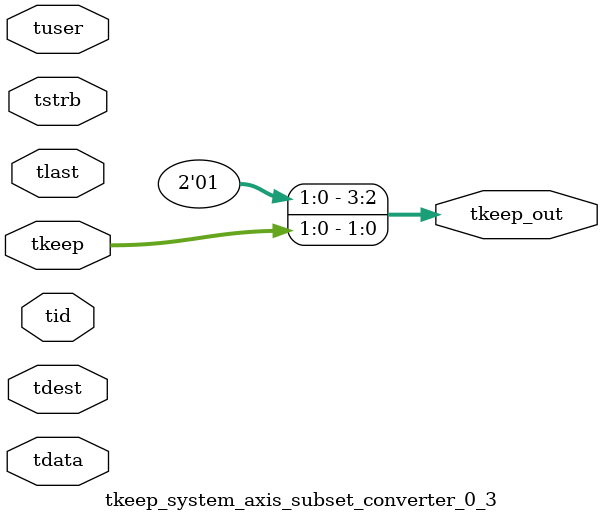
<source format=v>


`timescale 1ps/1ps

module tkeep_system_axis_subset_converter_0_3 #
(
parameter C_S_AXIS_TDATA_WIDTH = 32,
parameter C_S_AXIS_TUSER_WIDTH = 0,
parameter C_S_AXIS_TID_WIDTH   = 0,
parameter C_S_AXIS_TDEST_WIDTH = 0,
parameter C_M_AXIS_TDATA_WIDTH = 32
)
(
input  [(C_S_AXIS_TDATA_WIDTH == 0 ? 1 : C_S_AXIS_TDATA_WIDTH)-1:0     ] tdata,
input  [(C_S_AXIS_TUSER_WIDTH == 0 ? 1 : C_S_AXIS_TUSER_WIDTH)-1:0     ] tuser,
input  [(C_S_AXIS_TID_WIDTH   == 0 ? 1 : C_S_AXIS_TID_WIDTH)-1:0       ] tid,
input  [(C_S_AXIS_TDEST_WIDTH == 0 ? 1 : C_S_AXIS_TDEST_WIDTH)-1:0     ] tdest,
input  [(C_S_AXIS_TDATA_WIDTH/8)-1:0 ] tkeep,
input  [(C_S_AXIS_TDATA_WIDTH/8)-1:0 ] tstrb,
input                                                                    tlast,
output [(C_M_AXIS_TDATA_WIDTH/8)-1:0 ] tkeep_out
);

assign tkeep_out = {1'b1,tkeep[1:0]};

endmodule


</source>
